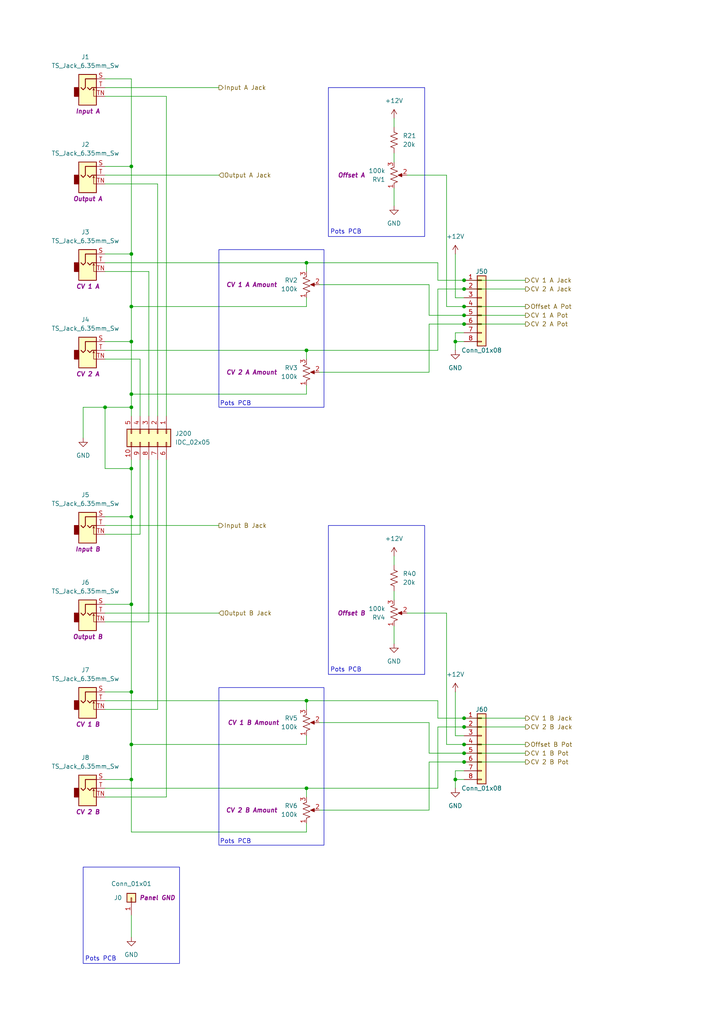
<source format=kicad_sch>
(kicad_sch (version 20231120) (generator "eeschema") (generator_version "8.0")
  (paper "A4" portrait)
  (title_block (company "DMH Instruments") (comment 1 "PCB for 5 cm Kosmo format synthesizer module"))
  (lib_symbols
    (symbol "Connector_Generic:Conn_01x01" (pin_names (offset 1.016) hide)
      (property "Reference" "J" (at 0 2.54 0))
      (property "Value" "Conn_01x01" (at 0 -2.54 0))
      (symbol "Conn_01x01_1_1"
        (rectangle (start -1.27 0.127) (end 0 -0.127) (stroke (width 0.1524)))
        (rectangle (start -1.27 1.27) (end 1.27 -1.27) (stroke (width 0.254)) (fill (type background)))
        (pin passive line (at -5.08 0 0) (length 3.81) (name "Pin_1") (number "1"))
      )
    )
    (symbol "Connector_Generic:Conn_01x08" (pin_names (offset 1.016) hide)
      (property "Reference" "J" (at 0 10.16 0))
      (property "Value" "Conn_01x08" (at 0 -12.7 0))
      (symbol "Conn_01x08_1_1"
        (rectangle (start -1.27 -10.033) (end 0 -10.287) (stroke (width 0.1524)))
        (rectangle (start -1.27 -7.493) (end 0 -7.747) (stroke (width 0.1524)))
        (rectangle (start -1.27 -4.953) (end 0 -5.207) (stroke (width 0.1524)))
        (rectangle (start -1.27 -2.413) (end 0 -2.667) (stroke (width 0.1524)))
        (rectangle (start -1.27 0.127) (end 0 -0.127) (stroke (width 0.1524)))
        (rectangle (start -1.27 2.667) (end 0 2.413) (stroke (width 0.1524)))
        (rectangle (start -1.27 5.207) (end 0 4.953) (stroke (width 0.1524)))
        (rectangle (start -1.27 7.747) (end 0 7.493) (stroke (width 0.1524)))
        (rectangle (start -1.27 8.89) (end 1.27 -11.43) (stroke (width 0.254)) (fill (type background)))
        (pin passive line (at -5.08 7.62 0) (length 3.81) (name "Pin_1") (number "1"))
        (pin passive line (at -5.08 5.08 0) (length 3.81) (name "Pin_2") (number "2"))
        (pin passive line (at -5.08 2.54 0) (length 3.81) (name "Pin_3") (number "3"))
        (pin passive line (at -5.08 0 0) (length 3.81) (name "Pin_4") (number "4"))
        (pin passive line (at -5.08 -2.54 0) (length 3.81) (name "Pin_5") (number "5"))
        (pin passive line (at -5.08 -5.08 0) (length 3.81) (name "Pin_6") (number "6"))
        (pin passive line (at -5.08 -7.62 0) (length 3.81) (name "Pin_7") (number "7"))
        (pin passive line (at -5.08 -10.16 0) (length 3.81) (name "Pin_8") (number "8"))
      )
    )
    (symbol "Device:R_Potentiometer_US" (pin_names (offset 1.016) hide)
      (property "Reference" "RV" (at -4.445 0 90))
      (property "Value" "R_Potentiometer_US" (at -2.54 0 90))
      (symbol "R_Potentiometer_US_0_1"
        (polyline (pts (xy 0 -2.286) (xy 0 -2.54)))
        (polyline (pts (xy 0 2.54) (xy 0 2.286)))
        (polyline (pts (xy 2.54 0) (xy 1.524 0)))
        (polyline (pts (xy 1.143 0) (xy 2.286 0.508) (xy 2.286 -0.508) (xy 1.143 0)) (fill (type outline)))
        (polyline (pts (xy 0 -0.762) (xy 1.016 -1.143) (xy 0 -1.524) (xy -1.016 -1.905) (xy 0 -2.286)))
        (polyline (pts (xy 0 0.762) (xy 1.016 0.381) (xy 0 0) (xy -1.016 -0.381) (xy 0 -0.762)))
        (polyline (pts (xy 0 2.286) (xy 1.016 1.905) (xy 0 1.524) (xy -1.016 1.143) (xy 0 0.762)))
      )
      (symbol "R_Potentiometer_US_1_1"
        (pin passive line (at 0 3.81 270) (length 1.27) (name "1") (number "1"))
        (pin passive line (at 3.81 0 180) (length 1.27) (name "2") (number "2"))
        (pin passive line (at 0 -3.81 90) (length 1.27) (name "3") (number "3"))
      )
    )
    (symbol "Device:R_US" (pin_numbers hide) (pin_names (offset 0))
      (property "Reference" "R" (at 2.54 0 90))
      (property "Value" "R_US" (at -2.54 0 90))
      (symbol "R_US_0_1"
        (polyline (pts (xy 0 -2.286) (xy 0 -2.54)))
        (polyline (pts (xy 0 2.286) (xy 0 2.54)))
        (polyline (pts (xy 0 -0.762) (xy 1.016 -1.143) (xy 0 -1.524) (xy -1.016 -1.905) (xy 0 -2.286)))
        (polyline (pts (xy 0 0.762) (xy 1.016 0.381) (xy 0 0) (xy -1.016 -0.381) (xy 0 -0.762)))
        (polyline (pts (xy 0 2.286) (xy 1.016 1.905) (xy 0 1.524) (xy -1.016 1.143) (xy 0 0.762)))
      )
      (symbol "R_US_1_1"
        (pin passive line (at 0 3.81 270) (length 1.27) (name "~") (number "1"))
        (pin passive line (at 0 -3.81 90) (length 1.27) (name "~") (number "2"))
      )
    )
    (symbol "SynthStuff:BackBone_Connector_10Pin" (pin_names (offset 1.016) hide)
      (property "Reference" "J" (at 0 -10.922 0))
      (property "Value" "IDC_02x05" (at 0 -8.382 0))
      (symbol "BackBone_Connector_10Pin_1_1"
        (rectangle (start -2.54 -4.953) (end -1.27 -5.207) (stroke (width 0.1524)))
        (rectangle (start -2.54 -2.413) (end -1.27 -2.667) (stroke (width 0.1524)))
        (rectangle (start -2.54 0.127) (end -1.27 -0.127) (stroke (width 0.1524)))
        (rectangle (start -2.54 2.667) (end -1.27 2.413) (stroke (width 0.1524)))
        (rectangle (start -2.54 5.207) (end -1.27 4.953) (stroke (width 0.1524)))
        (rectangle (start -2.54 6.35) (end 2.54 -6.35) (stroke (width 0.254)) (fill (type background)))
        (rectangle (start 2.54 -4.953) (end 1.27 -5.207) (stroke (width 0.1524)))
        (rectangle (start 2.54 -2.413) (end 1.27 -2.667) (stroke (width 0.1524)))
        (rectangle (start 2.54 0.127) (end 1.27 -0.127) (stroke (width 0.1524)))
        (rectangle (start 2.54 2.667) (end 1.27 2.413) (stroke (width 0.1524)))
        (rectangle (start 2.54 5.207) (end 1.27 4.953) (stroke (width 0.1524)))
        (pin passive line (at -6.35 5.08 0) (length 3.81) (name "Pin_1") (number "1"))
        (pin passive line (at 6.35 -5.08 180) (length 3.81) (name "Pin_10") (number "10"))
        (pin passive line (at -6.35 2.54 0) (length 3.81) (name "Pin_2") (number "2"))
        (pin passive line (at -6.35 0 0) (length 3.81) (name "Pin_3") (number "3"))
        (pin passive line (at -6.35 -2.54 0) (length 3.81) (name "Pin_4") (number "4"))
        (pin passive line (at -6.35 -5.08 0) (length 3.81) (name "Pin_5") (number "5"))
        (pin passive line (at 6.35 5.08 180) (length 3.81) (name "Pin_6") (number "6"))
        (pin passive line (at 6.35 2.54 180) (length 3.81) (name "Pin_7") (number "7"))
        (pin passive line (at 6.35 0 180) (length 3.81) (name "Pin_8") (number "8"))
        (pin passive line (at 6.35 -2.54 180) (length 3.81) (name "Pin_9") (number "9"))
      )
    )
    (symbol "SynthStuff:TS_Jack_6.35mm_Sw"
      (property "Reference" "J" (at -0.635 8.89 0))
      (property "Value" "TS_Jack_6.35mm_Sw" (at -0.635 6.35 0))
      (symbol "TS_Jack_6.35mm_Sw_0_1"
        (rectangle (start -2.54 0) (end -3.81 -2.54) (stroke (width 0.254)) (fill (type outline)))
        (polyline (pts (xy 1.778 -0.254) (xy 2.032 -0.762)))
        (polyline (pts (xy 0 0) (xy 0.635 -0.635) (xy 1.27 0) (xy 2.54 0)) (stroke (width 0.254)))
        (polyline (pts (xy 2.54 -2.54) (xy 1.778 -2.54) (xy 1.778 -0.254) (xy 1.524 -0.762)))
        (polyline (pts (xy 2.54 2.54) (xy -0.635 2.54) (xy -0.635 0) (xy -1.27 -0.635) (xy -1.905 0)) (stroke (width 0.254)))
        (rectangle (start 2.54 3.81) (end -2.54 -5.08) (stroke (width 0.254)) (fill (type background)))
      )
      (symbol "TS_Jack_6.35mm_Sw_1_1"
        (pin passive line (at 5.08 2.54 180) (length 2.54) (name "~") (number "S"))
        (pin passive line (at 5.08 0 180) (length 2.54) (name "~") (number "T"))
        (pin passive line (at 5.08 -2.54 180) (length 2.54) (name "~") (number "TN"))
      )
    )
    (symbol "power:+12V" (power) (pin_numbers hide) (pin_names (offset 0) hide)
      (property "Value" "+12V" (at 0 3.556 0))
      (symbol "+12V_0_1"
        (polyline (pts (xy -0.762 1.27) (xy 0 2.54)))
        (polyline (pts (xy 0 0) (xy 0 2.54)))
        (polyline (pts (xy 0 2.54) (xy 0.762 1.27)))
      )
      (symbol "+12V_1_1"
        (pin power_in line (at 0 0 90) (length 0) (name "~") (number "1"))
      )
    )
    (symbol "power:GND" (power) (pin_numbers hide) (pin_names (offset 0) hide)
      (property "Value" "GND" (at 0 -3.81 0))
      (symbol "GND_0_1"
        (polyline (pts (xy 0 0) (xy 0 -1.27) (xy 1.27 -1.27) (xy 0 -2.54) (xy -1.27 -1.27) (xy 0 -1.27)))
      )
      (symbol "GND_1_1"
        (pin power_in line (at 0 0 270) (length 0) (name "~") (number "1"))
      )
    )
  )
  (junction (at 38.1 200.66))
  (junction (at 134.62 81.28))
  (junction (at 134.62 93.98))
  (junction (at 38.1 226.06))
  (junction (at 88.9 228.6))
  (junction (at 134.62 218.44))
  (junction (at 132.08 99.06))
  (junction (at 88.9 203.2))
  (junction (at 38.1 48.26))
  (junction (at 88.9 76.2))
  (junction (at 38.1 118.11))
  (junction (at 134.62 215.9))
  (junction (at 38.1 135.89))
  (junction (at 38.1 215.9))
  (junction (at 134.62 91.44))
  (junction (at 38.1 88.9))
  (junction (at 38.1 99.06))
  (junction (at 30.48 118.11))
  (junction (at 88.9 101.6))
  (junction (at 134.62 83.82))
  (junction (at 134.62 220.98))
  (junction (at 38.1 114.3))
  (junction (at 38.1 73.66))
  (junction (at 134.62 210.82))
  (junction (at 38.1 175.26))
  (junction (at 134.62 88.9))
  (junction (at 134.62 208.28))
  (junction (at 132.08 226.06))
  (junction (at 38.1 149.86))
  (wire (pts (xy 114.3 181.61) (xy 114.3 186.69)))
  (wire (pts (xy 132.08 226.06) (xy 132.08 228.6)))
  (wire (pts (xy 30.48 231.14) (xy 48.26 231.14)))
  (wire (pts (xy 30.48 200.66) (xy 38.1 200.66)))
  (wire (pts (xy 134.62 91.44) (xy 152.4 91.44)))
  (wire (pts (xy 124.46 220.98) (xy 134.62 220.98)))
  (wire (pts (xy 127 210.82) (xy 134.62 210.82)))
  (wire (pts (xy 129.54 177.8) (xy 129.54 215.9)))
  (wire (pts (xy 38.1 88.9) (xy 38.1 99.06)))
  (wire (pts (xy 132.08 213.36) (xy 134.62 213.36)))
  (wire (pts (xy 30.48 135.89) (xy 30.48 118.11)))
  (wire (pts (xy 88.9 203.2) (xy 88.9 205.74)))
  (wire (pts (xy 30.48 154.94) (xy 40.64 154.94)))
  (wire (pts (xy 127 83.82) (xy 134.62 83.82)))
  (wire (pts (xy 38.1 149.86) (xy 38.1 135.89)))
  (wire (pts (xy 30.48 99.06) (xy 38.1 99.06)))
  (wire (pts (xy 30.48 25.4) (xy 63.5 25.4)))
  (wire (pts (xy 134.62 220.98) (xy 152.4 220.98)))
  (wire (pts (xy 88.9 241.3) (xy 38.1 241.3)))
  (wire (pts (xy 45.72 205.74) (xy 45.72 133.35)))
  (wire (pts (xy 129.54 50.8) (xy 129.54 88.9)))
  (wire (pts (xy 127 101.6) (xy 127 83.82)))
  (wire (pts (xy 132.08 223.52) (xy 132.08 226.06)))
  (wire (pts (xy 132.08 96.52) (xy 132.08 99.06)))
  (wire (pts (xy 88.9 76.2) (xy 88.9 78.74)))
  (wire (pts (xy 132.08 96.52) (xy 134.62 96.52)))
  (wire (pts (xy 30.48 177.8) (xy 63.5 177.8)))
  (wire (pts (xy 24.13 118.11) (xy 30.48 118.11)))
  (wire (pts (xy 118.11 177.8) (xy 129.54 177.8)))
  (wire (pts (xy 132.08 99.06) (xy 132.08 101.6)))
  (wire (pts (xy 30.48 149.86) (xy 38.1 149.86)))
  (wire (pts (xy 132.08 86.36) (xy 132.08 73.66)))
  (wire (pts (xy 124.46 91.44) (xy 134.62 91.44)))
  (wire (pts (xy 88.9 228.6) (xy 127 228.6)))
  (wire (pts (xy 38.1 241.3) (xy 38.1 226.06)))
  (wire (pts (xy 48.26 120.65) (xy 48.26 27.94)))
  (wire (pts (xy 38.1 48.26) (xy 38.1 73.66)))
  (wire (pts (xy 43.18 180.34) (xy 43.18 133.35)))
  (wire (pts (xy 88.9 76.2) (xy 127 76.2)))
  (wire (pts (xy 124.46 93.98) (xy 134.62 93.98)))
  (wire (pts (xy 38.1 215.9) (xy 38.1 200.66)))
  (wire (pts (xy 30.48 22.86) (xy 38.1 22.86)))
  (wire (pts (xy 38.1 226.06) (xy 38.1 215.9)))
  (wire (pts (xy 127 203.2) (xy 127 208.28)))
  (wire (pts (xy 114.3 44.45) (xy 114.3 46.99)))
  (wire (pts (xy 38.1 133.35) (xy 38.1 135.89)))
  (wire (pts (xy 38.1 135.89) (xy 30.48 135.89)))
  (wire (pts (xy 30.48 53.34) (xy 45.72 53.34)))
  (wire (pts (xy 30.48 101.6) (xy 88.9 101.6)))
  (wire (pts (xy 30.48 118.11) (xy 38.1 118.11)))
  (wire (pts (xy 30.48 73.66) (xy 38.1 73.66)))
  (wire (pts (xy 92.71 82.55) (xy 124.46 82.55)))
  (wire (pts (xy 127 208.28) (xy 134.62 208.28)))
  (wire (pts (xy 129.54 215.9) (xy 134.62 215.9)))
  (wire (pts (xy 134.62 215.9) (xy 152.4 215.9)))
  (wire (pts (xy 88.9 101.6) (xy 127 101.6)))
  (wire (pts (xy 127 76.2) (xy 127 81.28)))
  (wire (pts (xy 30.48 48.26) (xy 38.1 48.26)))
  (wire (pts (xy 30.48 175.26) (xy 38.1 175.26)))
  (wire (pts (xy 30.48 50.8) (xy 63.5 50.8)))
  (wire (pts (xy 88.9 101.6) (xy 88.9 104.14)))
  (wire (pts (xy 88.9 228.6) (xy 88.9 231.14)))
  (wire (pts (xy 88.9 114.3) (xy 38.1 114.3)))
  (wire (pts (xy 92.71 107.95) (xy 124.46 107.95)))
  (wire (pts (xy 132.08 223.52) (xy 134.62 223.52)))
  (wire (pts (xy 134.62 218.44) (xy 152.4 218.44)))
  (wire (pts (xy 30.48 104.14) (xy 40.64 104.14)))
  (wire (pts (xy 132.08 86.36) (xy 134.62 86.36)))
  (wire (pts (xy 45.72 120.65) (xy 45.72 53.34)))
  (wire (pts (xy 124.46 82.55) (xy 124.46 91.44)))
  (wire (pts (xy 114.3 54.61) (xy 114.3 59.69)))
  (wire (pts (xy 38.1 99.06) (xy 38.1 114.3)))
  (wire (pts (xy 40.64 133.35) (xy 40.64 154.94)))
  (wire (pts (xy 92.71 234.95) (xy 124.46 234.95)))
  (wire (pts (xy 134.62 208.28) (xy 152.4 208.28)))
  (wire (pts (xy 114.3 171.45) (xy 114.3 173.99)))
  (wire (pts (xy 124.46 209.55) (xy 124.46 218.44)))
  (wire (pts (xy 88.9 238.76) (xy 88.9 241.3)))
  (wire (pts (xy 129.54 88.9) (xy 134.62 88.9)))
  (wire (pts (xy 132.08 99.06) (xy 134.62 99.06)))
  (wire (pts (xy 38.1 175.26) (xy 38.1 149.86)))
  (wire (pts (xy 38.1 22.86) (xy 38.1 48.26)))
  (wire (pts (xy 38.1 88.9) (xy 88.9 88.9)))
  (wire (pts (xy 30.48 205.74) (xy 45.72 205.74)))
  (wire (pts (xy 134.62 81.28) (xy 152.4 81.28)))
  (wire (pts (xy 134.62 83.82) (xy 152.4 83.82)))
  (wire (pts (xy 38.1 215.9) (xy 88.9 215.9)))
  (wire (pts (xy 38.1 114.3) (xy 38.1 118.11)))
  (wire (pts (xy 88.9 86.36) (xy 88.9 88.9)))
  (wire (pts (xy 38.1 200.66) (xy 38.1 175.26)))
  (wire (pts (xy 30.48 203.2) (xy 88.9 203.2)))
  (wire (pts (xy 38.1 118.11) (xy 38.1 120.65)))
  (wire (pts (xy 30.48 152.4) (xy 63.5 152.4)))
  (wire (pts (xy 92.71 209.55) (xy 124.46 209.55)))
  (wire (pts (xy 38.1 265.43) (xy 38.1 271.78)))
  (wire (pts (xy 124.46 234.95) (xy 124.46 220.98)))
  (wire (pts (xy 124.46 107.95) (xy 124.46 93.98)))
  (wire (pts (xy 88.9 213.36) (xy 88.9 215.9)))
  (wire (pts (xy 118.11 50.8) (xy 129.54 50.8)))
  (wire (pts (xy 114.3 161.29) (xy 114.3 163.83)))
  (wire (pts (xy 30.48 78.74) (xy 43.18 78.74)))
  (wire (pts (xy 43.18 120.65) (xy 43.18 78.74)))
  (wire (pts (xy 114.3 34.29) (xy 114.3 36.83)))
  (wire (pts (xy 30.48 180.34) (xy 43.18 180.34)))
  (wire (pts (xy 30.48 76.2) (xy 88.9 76.2)))
  (wire (pts (xy 127 81.28) (xy 134.62 81.28)))
  (wire (pts (xy 124.46 218.44) (xy 134.62 218.44)))
  (wire (pts (xy 132.08 213.36) (xy 132.08 200.66)))
  (wire (pts (xy 134.62 210.82) (xy 152.4 210.82)))
  (wire (pts (xy 134.62 93.98) (xy 152.4 93.98)))
  (wire (pts (xy 127 228.6) (xy 127 210.82)))
  (wire (pts (xy 134.62 88.9) (xy 152.4 88.9)))
  (wire (pts (xy 132.08 226.06) (xy 134.62 226.06)))
  (wire (pts (xy 40.64 120.65) (xy 40.64 104.14)))
  (wire (pts (xy 24.13 127) (xy 24.13 118.11)))
  (wire (pts (xy 30.48 226.06) (xy 38.1 226.06)))
  (wire (pts (xy 38.1 73.66) (xy 38.1 88.9)))
  (wire (pts (xy 30.48 27.94) (xy 48.26 27.94)))
  (wire (pts (xy 48.26 231.14) (xy 48.26 133.35)))
  (wire (pts (xy 30.48 228.6) (xy 88.9 228.6)))
  (wire (pts (xy 88.9 203.2) (xy 127 203.2)))
  (wire (pts (xy 88.9 111.76) (xy 88.9 114.3)))
  (rectangle (start 95.25 152.4) (end 123.19 195.58))
  (rectangle (start 63.5 199.39) (end 93.98 245.11))
  (rectangle (start 63.5 72.39) (end 93.98 118.11))
  (rectangle (start 95.25 25.4) (end 123.19 68.58))
  (rectangle (start 24.13 251.46) (end 52.07 279.4))
  (text "Pots PCB" (at 29.21 278.13 0) (effects (font (size 1.27 1.27))))
  (text "Pots PCB" (at 68.326 117.094 0) (effects (font (size 1.27 1.27))))
  (text "Pots PCB" (at 100.33 194.31 0) (effects (font (size 1.27 1.27))))
  (text "Pots PCB" (at 68.326 244.094 0) (effects (font (size 1.27 1.27))))
  (text "Pots PCB" (at 100.33 67.31 0) (effects (font (size 1.27 1.27))))
  (hierarchical_label "Input A Jack" (shape output) (at 63.5 25.4 0))
  (hierarchical_label "CV 1 A Jack" (shape output) (at 152.4 81.28 0))
  (hierarchical_label "CV 1 B Jack" (shape output) (at 152.4 208.28 0))
  (hierarchical_label "CV 1 A Pot" (shape output) (at 152.4 91.44 0))
  (hierarchical_label "Output B Jack" (shape input) (at 63.5 177.8 0))
  (hierarchical_label "CV 2 B Pot" (shape output) (at 152.4 220.98 0))
  (hierarchical_label "CV 2 A Jack" (shape output) (at 152.4 83.82 0))
  (hierarchical_label "CV 2 A Pot" (shape output) (at 152.4 93.98 0))
  (hierarchical_label "CV 2 B Jack" (shape output) (at 152.4 210.82 0))
  (hierarchical_label "Offset A Pot" (shape output) (at 152.4 88.9 0))
  (hierarchical_label "CV 1 B Pot" (shape output) (at 152.4 218.44 0))
  (hierarchical_label "Input B Jack" (shape output) (at 63.5 152.4 0))
  (hierarchical_label "Offset B Pot" (shape output) (at 152.4 215.9 0))
  (hierarchical_label "Output A Jack" (shape input) (at 63.5 50.8 0))
  (symbol (lib_id "SynthStuff:TS_Jack_6.35mm_Sw") (at 25.4 152.4 0) (unit 1) (on_board no)
    (property "Reference" "J5" (at 24.765 143.51 0))
    (property "Value" "TS_Jack_6.35mm_Sw" (at 24.765 146.05 0))
    (property "Footprint" "SynthStuff:CUI_MJ-63052A" (effects (hide yes)))
    (property "Description" "Audio Jack, 2 Poles (Mono / TS), Switched T Pole (Normalling), 6.35mm, 1/4inch" (effects (hide yes)))
    (property "Function" "Input B" (at 25.4 159.258 0) (effects (font (thickness 0.254) (bold yes) (italic yes))))
  )
  (symbol (lib_id "SynthStuff:TS_Jack_6.35mm_Sw") (at 25.4 50.8 0) (unit 1) (on_board no)
    (property "Reference" "J2" (at 24.765 41.91 0))
    (property "Value" "TS_Jack_6.35mm_Sw" (at 24.765 44.45 0))
    (property "Footprint" "SynthStuff:CUI_MJ-63052A" (effects (hide yes)))
    (property "Description" "Audio Jack, 2 Poles (Mono / TS), Switched T Pole (Normalling), 6.35mm, 1/4inch" (effects (hide yes)))
    (property "Function" "Output A" (at 25.4 57.658 0) (effects (font (thickness 0.254) (bold yes) (italic yes))))
  )
  (symbol (lib_id "SynthStuff:TS_Jack_6.35mm_Sw") (at 25.4 177.8 0) (unit 1) (on_board no)
    (property "Reference" "J6" (at 24.765 168.91 0))
    (property "Value" "TS_Jack_6.35mm_Sw" (at 24.765 171.45 0))
    (property "Footprint" "SynthStuff:CUI_MJ-63052A" (effects (hide yes)))
    (property "Description" "Audio Jack, 2 Poles (Mono / TS), Switched T Pole (Normalling), 6.35mm, 1/4inch" (effects (hide yes)))
    (property "Function" "Output B" (at 25.4 184.658 0) (effects (font (thickness 0.254) (bold yes) (italic yes))))
  )
  (symbol (lib_id "SynthStuff:TS_Jack_6.35mm_Sw") (at 25.4 25.4 0) (unit 1) (on_board no)
    (property "Reference" "J1" (at 24.765 16.51 0))
    (property "Value" "TS_Jack_6.35mm_Sw" (at 24.765 19.05 0))
    (property "Footprint" "SynthStuff:CUI_MJ-63052A" (effects (hide yes)))
    (property "Description" "Audio Jack, 2 Poles (Mono / TS), Switched T Pole (Normalling), 6.35mm, 1/4inch" (effects (hide yes)))
    (property "Function" "Input A" (at 25.4 32.258 0) (effects (font (thickness 0.254) (bold yes) (italic yes))))
  )
  (symbol (lib_id "SynthStuff:TS_Jack_6.35mm_Sw") (at 25.4 203.2 0) (unit 1) (on_board no)
    (property "Reference" "J7" (at 24.765 194.31 0))
    (property "Value" "TS_Jack_6.35mm_Sw" (at 24.765 196.85 0))
    (property "Footprint" "SynthStuff:CUI_MJ-63052A" (effects (hide yes)))
    (property "Description" "Audio Jack, 2 Poles (Mono / TS), Switched T Pole (Normalling), 6.35mm, 1/4inch" (effects (hide yes)))
    (property "Function" "CV 1 B" (at 25.4 210.058 0) (effects (font (thickness 0.254) (bold yes) (italic yes))))
  )
  (symbol (lib_id "Connector_Generic:Conn_01x08") (at 139.7 88.9 0) (unit 1)
    (property "Reference" "J50" (at 137.922 78.74 0) (effects (justify left)))
    (property "Value" "Conn_01x08" (at 139.7 101.6 0))
    (property "Footprint" "Connector_PinHeader_2.54mm:PinHeader_1x08_P2.54mm_Vertical" (effects (hide yes)))
    (property "Description" "Generic connector, single row, 01x08, script generated (kicad-library-utils/schlib/autogen/connector/)" (effects (hide yes)))
  )
  (symbol (lib_id "power:+12V") (at 114.3 34.29 0) (unit 1)
    (property "Reference" "#PWR02" (effects (hide yes)))
    (property "Value" "+12V" (at 114.3 29.21 0))
    (property "Description" "Power symbol creates a global label with name \"+12V\"" (effects (hide yes)))
  )
  (symbol (lib_id "power:+12V") (at 132.08 73.66 0) (unit 1)
    (property "Reference" "#PWR09" (effects (hide yes)))
    (property "Value" "+12V" (at 132.08 68.58 0))
    (property "Description" "Power symbol creates a global label with name \"+12V\"" (effects (hide yes)))
  )
  (symbol (lib_id "power:GND") (at 114.3 59.69 0) (unit 1)
    (property "Reference" "#PWR03" (effects (hide yes)))
    (property "Value" "GND" (at 114.3 64.77 0))
    (property "Description" "Power symbol creates a global label with name \"GND\" , ground" (effects (hide yes)))
  )
  (symbol (lib_id "Device:R_US") (at 114.3 167.64 180) (unit 1)
    (property "Reference" "R40" (at 116.84 166.3699 0) (effects (justify right)))
    (property "Value" "20k" (at 116.84 168.9099 0) (effects (justify right)))
    (property "Footprint" "Resistor_THT:R_Axial_DIN0207_L6.3mm_D2.5mm_P7.62mm_Horizontal" (effects (hide yes)))
    (property "Description" "Resistor, US symbol" (effects (hide yes)))
  )
  (symbol (lib_id "SynthStuff:TS_Jack_6.35mm_Sw") (at 25.4 228.6 0) (unit 1) (on_board no)
    (property "Reference" "J8" (at 24.765 219.71 0))
    (property "Value" "TS_Jack_6.35mm_Sw" (at 24.765 222.25 0))
    (property "Footprint" "SynthStuff:CUI_MJ-63052A" (effects (hide yes)))
    (property "Description" "Audio Jack, 2 Poles (Mono / TS), Switched T Pole (Normalling), 6.35mm, 1/4inch" (effects (hide yes)))
    (property "Function" "CV 2 B" (at 25.4 235.458 0) (effects (font (thickness 0.254) (bold yes) (italic yes))))
  )
  (symbol (lib_id "SynthStuff:TS_Jack_6.35mm_Sw") (at 25.4 76.2 0) (unit 1) (on_board no)
    (property "Reference" "J3" (at 24.765 67.31 0))
    (property "Value" "TS_Jack_6.35mm_Sw" (at 24.765 69.85 0))
    (property "Footprint" "SynthStuff:CUI_MJ-63052A" (effects (hide yes)))
    (property "Description" "Audio Jack, 2 Poles (Mono / TS), Switched T Pole (Normalling), 6.35mm, 1/4inch" (effects (hide yes)))
    (property "Function" "CV 1 A" (at 25.4 83.058 0) (effects (font (thickness 0.254) (bold yes) (italic yes))))
  )
  (symbol (lib_id "Device:R_Potentiometer_US") (at 114.3 177.8 0) (mirror x) (unit 1)
    (property "Reference" "RV4" (at 111.76 179.0701 0) (effects (justify right)))
    (property "Value" "100k" (at 111.76 176.5301 0) (effects (justify right)))
    (property "Footprint" "SynthStuff:Potentiometer_Alpha_RD901F-40-00D_Single_Vertical" (effects (hide yes)))
    (property "Description" "Potentiometer, US symbol" (effects (hide yes)))
    (property "Function" "Offset B" (at 101.854 177.8 0) (effects (font (thickness 0.254) (bold yes) (italic yes))))
  )
  (symbol (lib_id "power:+12V") (at 132.08 200.66 0) (unit 1)
    (property "Reference" "#PWR010" (effects (hide yes)))
    (property "Value" "+12V" (at 132.08 195.58 0))
    (property "Description" "Power symbol creates a global label with name \"+12V\"" (effects (hide yes)))
  )
  (symbol (lib_id "power:GND") (at 114.3 186.69 0) (unit 1)
    (property "Reference" "#PWR05" (effects (hide yes)))
    (property "Value" "GND" (at 114.3 191.77 0))
    (property "Description" "Power symbol creates a global label with name \"GND\" , ground" (effects (hide yes)))
  )
  (symbol (lib_id "power:GND") (at 132.08 101.6 0) (unit 1)
    (property "Reference" "#PWR06" (effects (hide yes)))
    (property "Value" "GND" (at 132.08 106.68 0))
    (property "Description" "Power symbol creates a global label with name \"GND\" , ground" (effects (hide yes)))
  )
  (symbol (lib_id "SynthStuff:TS_Jack_6.35mm_Sw") (at 25.4 101.6 0) (unit 1) (on_board no)
    (property "Reference" "J4" (at 24.765 92.71 0))
    (property "Value" "TS_Jack_6.35mm_Sw" (at 24.765 95.25 0))
    (property "Footprint" "SynthStuff:CUI_MJ-63052A" (effects (hide yes)))
    (property "Description" "Audio Jack, 2 Poles (Mono / TS), Switched T Pole (Normalling), 6.35mm, 1/4inch" (effects (hide yes)))
    (property "Function" "CV 2 A" (at 25.4 108.458 0) (effects (font (thickness 0.254) (bold yes) (italic yes))))
  )
  (symbol (lib_id "power:GND") (at 38.1 271.78 0) (unit 1)
    (property "Reference" "#PWR08" (effects (hide yes)))
    (property "Value" "GND" (at 38.1 276.86 0))
    (property "Description" "Power symbol creates a global label with name \"GND\" , ground" (effects (hide yes)))
  )
  (symbol (lib_id "power:GND") (at 132.08 228.6 0) (unit 1)
    (property "Reference" "#PWR07" (effects (hide yes)))
    (property "Value" "GND" (at 132.08 233.68 0))
    (property "Description" "Power symbol creates a global label with name \"GND\" , ground" (effects (hide yes)))
  )
  (symbol (lib_id "Connector_Generic:Conn_01x01") (at 38.1 260.35 90) (unit 1)
    (property "Reference" "J0" (at 33.02 260.35 90) (effects (justify right)))
    (property "Value" "Conn_01x01" (at 38.1 256.286 90))
    (property "Footprint" "Connector_PinHeader_2.54mm:PinHeader_1x01_P2.54mm_Vertical" (effects (hide yes)))
    (property "Description" "Generic connector, single row, 01x01, script generated (kicad-library-utils/schlib/autogen/connector/)" (effects (hide yes)))
    (property "Function" "Panel GND" (at 45.72 260.35 90) (effects (font (thickness 0.254) (bold yes) (italic yes))))
  )
  (symbol (lib_id "power:+12V") (at 114.3 161.29 0) (unit 1)
    (property "Reference" "#PWR04" (effects (hide yes)))
    (property "Value" "+12V" (at 114.3 156.21 0))
    (property "Description" "Power symbol creates a global label with name \"+12V\"" (effects (hide yes)))
  )
  (symbol (lib_id "Device:R_US") (at 114.3 40.64 180) (unit 1)
    (property "Reference" "R21" (at 116.84 39.3699 0) (effects (justify right)))
    (property "Value" "20k" (at 116.84 41.9099 0) (effects (justify right)))
    (property "Footprint" "Resistor_THT:R_Axial_DIN0207_L6.3mm_D2.5mm_P7.62mm_Horizontal" (effects (hide yes)))
    (property "Description" "Resistor, US symbol" (effects (hide yes)))
  )
  (symbol (lib_id "power:GND") (at 24.13 127 0) (unit 1)
    (property "Reference" "#PWR01" (effects (hide yes)))
    (property "Value" "GND" (at 24.13 132.08 0))
    (property "Description" "Power symbol creates a global label with name \"GND\" , ground" (effects (hide yes)))
  )
  (symbol (lib_id "Connector_Generic:Conn_01x08") (at 139.7 215.9 0) (unit 1)
    (property "Reference" "J60" (at 137.922 205.74 0) (effects (justify left)))
    (property "Value" "Conn_01x08" (at 139.7 228.6 0))
    (property "Footprint" "Connector_PinHeader_2.54mm:PinHeader_1x08_P2.54mm_Vertical" (effects (hide yes)))
    (property "Description" "Generic connector, single row, 01x08, script generated (kicad-library-utils/schlib/autogen/connector/)" (effects (hide yes)))
  )
  (symbol (lib_id "SynthStuff:BackBone_Connector_10Pin") (at 43.18 127 270) (unit 1) (on_board no)
    (property "Reference" "J200" (at 50.8 125.7299 90) (effects (justify left)))
    (property "Value" "IDC_02x05" (at 50.8 128.2699 90) (effects (justify left)))
    (property "Footprint" "SynthStuff:IDC-Header_2x05_P2.54mm_Vertical_BackBone" (effects (hide yes)))
    (property "Description" "IDC jack, 2x5 pins, row a carries same signals as row b." (effects (hide yes)))
  )
  (symbol (lib_id "Device:R_Potentiometer_US") (at 88.9 234.95 0) (mirror x) (unit 1)
    (property "Reference" "RV6" (at 86.36 233.6799 0) (effects (justify right)))
    (property "Value" "100k" (at 86.36 236.2199 0) (effects (justify right)))
    (property "Footprint" "SynthStuff:Potentiometer_TT_P110KH1" (effects (hide yes)))
    (property "Description" "Potentiometer, US symbol" (effects (hide yes)))
    (property "Function" "CV 2 B Amount" (at 72.898 234.95 0) (effects (font (thickness 0.254) (bold yes) (italic yes))))
  )
  (symbol (lib_id "Device:R_Potentiometer_US") (at 88.9 82.55 0) (mirror x) (unit 1)
    (property "Reference" "RV2" (at 86.36 81.2799 0) (effects (justify right)))
    (property "Value" "100k" (at 86.36 83.8199 0) (effects (justify right)))
    (property "Footprint" "SynthStuff:Potentiometer_TT_P110KH1" (effects (hide yes)))
    (property "Description" "Potentiometer, US symbol" (effects (hide yes)))
    (property "Function" "CV 1 A Amount" (at 72.898 82.55 0) (effects (font (thickness 0.254) (bold yes) (italic yes))))
  )
  (symbol (lib_id "Device:R_Potentiometer_US") (at 88.9 209.55 0) (mirror x) (unit 1)
    (property "Reference" "RV5" (at 86.36 208.2799 0) (effects (justify right)))
    (property "Value" "100k" (at 86.36 210.8199 0) (effects (justify right)))
    (property "Footprint" "SynthStuff:Potentiometer_TT_P110KH1" (effects (hide yes)))
    (property "Description" "Potentiometer, US symbol" (effects (hide yes)))
    (property "Function" "CV 1 B Amount" (at 73.406 209.55 0) (effects (font (thickness 0.254) (bold yes) (italic yes))))
  )
  (symbol (lib_id "Device:R_Potentiometer_US") (at 114.3 50.8 0) (mirror x) (unit 1)
    (property "Reference" "RV1" (at 111.76 52.0701 0) (effects (justify right)))
    (property "Value" "100k" (at 111.76 49.5301 0) (effects (justify right)))
    (property "Footprint" "SynthStuff:Potentiometer_Alpha_RD901F-40-00D_Single_Vertical" (effects (hide yes)))
    (property "Description" "Potentiometer, US symbol" (effects (hide yes)))
    (property "Function" "Offset A" (at 101.854 50.8 0) (effects (font (thickness 0.254) (bold yes) (italic yes))))
  )
  (symbol (lib_id "Device:R_Potentiometer_US") (at 88.9 107.95 0) (mirror x) (unit 1)
    (property "Reference" "RV3" (at 86.36 106.6799 0) (effects (justify right)))
    (property "Value" "100k" (at 86.36 109.2199 0) (effects (justify right)))
    (property "Footprint" "SynthStuff:Potentiometer_TT_P110KH1" (effects (hide yes)))
    (property "Description" "Potentiometer, US symbol" (effects (hide yes)))
    (property "Function" "CV 2 A Amount" (at 72.898 107.95 0) (effects (font (thickness 0.254) (bold yes) (italic yes))))
  )
)
</source>
